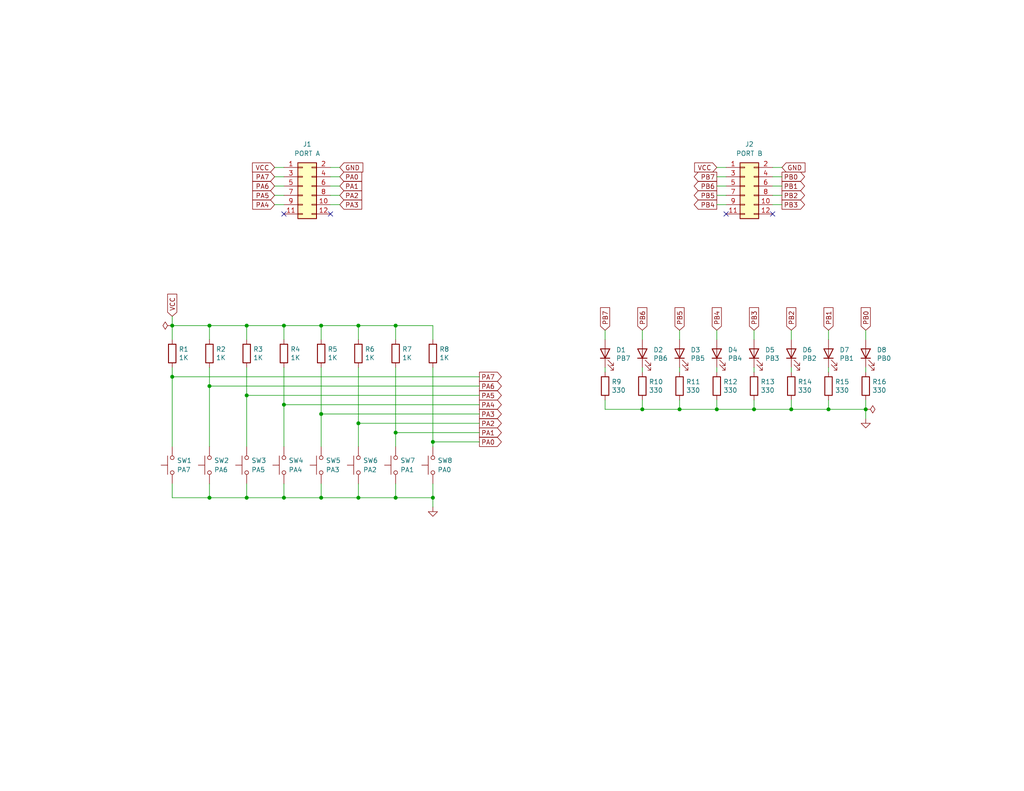
<source format=kicad_sch>
(kicad_sch (version 20250114) (generator "eeschema") (generator_version "9.0")
  (paper "USLetter")
  (title_block (title "6502 GPIO Helper") (date "2024-06-06") (rev "1.0") (company "A.C. Wright Design"))
  (lib_symbols
    (symbol "Connector_Generic:Conn_02x06_Odd_Even" (pin_names (offset 1.016) (hide yes))
      (property "Reference" "J" (at 1.27 7.62 0))
      (property "Value" "Conn_02x06_Odd_Even" (at 1.27 -10.16 0))
      (symbol "Conn_02x06_Odd_Even_1_1"
        (rectangle (start -1.27 6.35) (end 3.81 -8.89) (stroke (width 0.254)) (fill (type background)))
        (rectangle (start -1.27 5.207) (end 0 4.953) (stroke (width 0.1524)))
        (rectangle (start -1.27 2.667) (end 0 2.413) (stroke (width 0.1524)))
        (rectangle (start -1.27 0.127) (end 0 -0.127) (stroke (width 0.1524)))
        (rectangle (start -1.27 -2.413) (end 0 -2.667) (stroke (width 0.1524)))
        (rectangle (start -1.27 -4.953) (end 0 -5.207) (stroke (width 0.1524)))
        (rectangle (start -1.27 -7.493) (end 0 -7.747) (stroke (width 0.1524)))
        (rectangle (start 3.81 5.207) (end 2.54 4.953) (stroke (width 0.1524)))
        (rectangle (start 3.81 2.667) (end 2.54 2.413) (stroke (width 0.1524)))
        (rectangle (start 3.81 0.127) (end 2.54 -0.127) (stroke (width 0.1524)))
        (rectangle (start 3.81 -2.413) (end 2.54 -2.667) (stroke (width 0.1524)))
        (rectangle (start 3.81 -4.953) (end 2.54 -5.207) (stroke (width 0.1524)))
        (rectangle (start 3.81 -7.493) (end 2.54 -7.747) (stroke (width 0.1524)))
        (pin passive line (at -5.08 5.08 0) (length 3.81) (name "Pin_1") (number "1"))
        (pin passive line (at -5.08 2.54 0) (length 3.81) (name "Pin_3") (number "3"))
        (pin passive line (at -5.08 0 0) (length 3.81) (name "Pin_5") (number "5"))
        (pin passive line (at -5.08 -2.54 0) (length 3.81) (name "Pin_7") (number "7"))
        (pin passive line (at -5.08 -5.08 0) (length 3.81) (name "Pin_9") (number "9"))
        (pin passive line (at -5.08 -7.62 0) (length 3.81) (name "Pin_11") (number "11"))
        (pin passive line (at 7.62 5.08 180) (length 3.81) (name "Pin_2") (number "2"))
        (pin passive line (at 7.62 2.54 180) (length 3.81) (name "Pin_4") (number "4"))
        (pin passive line (at 7.62 0 180) (length 3.81) (name "Pin_6") (number "6"))
        (pin passive line (at 7.62 -2.54 180) (length 3.81) (name "Pin_8") (number "8"))
        (pin passive line (at 7.62 -5.08 180) (length 3.81) (name "Pin_10") (number "10"))
        (pin passive line (at 7.62 -7.62 180) (length 3.81) (name "Pin_12") (number "12"))
      )
    )
    (symbol "Device:LED" (pin_numbers (hide yes)) (pin_names (offset 1.016) (hide yes))
      (property "Reference" "D" (at 0 2.54 0))
      (property "Value" "LED" (at 0 -2.54 0))
      (symbol "LED_0_1"
        (polyline (pts (xy -3.048 -0.762) (xy -4.572 -2.286) (xy -3.81 -2.286) (xy -4.572 -2.286) (xy -4.572 -1.524)))
        (polyline (pts (xy -1.778 -0.762) (xy -3.302 -2.286) (xy -2.54 -2.286) (xy -3.302 -2.286) (xy -3.302 -1.524)))
        (polyline (pts (xy -1.27 0) (xy 1.27 0)))
        (polyline (pts (xy -1.27 -1.27) (xy -1.27 1.27)) (stroke (width 0.254)))
        (polyline (pts (xy 1.27 -1.27) (xy 1.27 1.27) (xy -1.27 0) (xy 1.27 -1.27)) (stroke (width 0.254)))
      )
      (symbol "LED_1_1"
        (pin passive line (at -3.81 0 0) (length 2.54) (name "K") (number "1"))
        (pin passive line (at 3.81 0 180) (length 2.54) (name "A") (number "2"))
      )
    )
    (symbol "Device:R" (pin_numbers (hide yes)) (pin_names (offset 0))
      (property "Reference" "R" (at 2.032 0 90))
      (property "Value" "R" (at 0 0 90))
      (symbol "R_0_1"
        (rectangle (start -1.016 -2.54) (end 1.016 2.54) (stroke (width 0.254)))
      )
      (symbol "R_1_1"
        (pin passive line (at 0 3.81 270) (length 1.27) (name "~") (number "1"))
        (pin passive line (at 0 -3.81 90) (length 1.27) (name "~") (number "2"))
      )
    )
    (symbol "Switch:SW_Push" (pin_numbers (hide yes)) (pin_names (offset 1.016) (hide yes))
      (property "Reference" "SW" (at 1.27 2.54 0))
      (property "Value" "SW_Push" (at 0 -1.524 0))
      (symbol "SW_Push_0_1"
        (circle (center -2.032 0) (radius 0.508))
        (polyline (pts (xy 0 1.27) (xy 0 3.048)))
        (circle (center 2.032 0) (radius 0.508))
        (polyline (pts (xy 2.54 1.27) (xy -2.54 1.27)))
        (pin passive line (at -5.08 0 0) (length 2.54) (name "1") (number "1"))
        (pin passive line (at 5.08 0 180) (length 2.54) (name "2") (number "2"))
      )
    )
    (symbol "power:GND" (power) (pin_numbers (hide yes)) (pin_names (offset 0) (hide yes))
      (property "Value" "GND" (at 0 -3.81 0))
      (symbol "GND_0_1"
        (polyline (pts (xy 0 0) (xy 0 -1.27) (xy 1.27 -1.27) (xy 0 -2.54) (xy -1.27 -1.27) (xy 0 -1.27)))
      )
      (symbol "GND_1_1"
        (pin power_in line (at 0 0 270) (length 0) (name "~") (number "1"))
      )
    )
    (symbol "power:PWR_FLAG" (power) (pin_numbers (hide yes)) (pin_names (offset 0) (hide yes))
      (property "Value" "PWR_FLAG" (at 0 3.81 0))
      (symbol "PWR_FLAG_0_0"
        (pin power_out line (at 0 0 90) (length 0) (name "~") (number "1"))
      )
      (symbol "PWR_FLAG_0_1"
        (polyline (pts (xy 0 0) (xy 0 1.27) (xy -1.016 1.905) (xy 0 2.54) (xy 1.016 1.905) (xy 0 1.27)))
      )
    )
  )
  (junction (at 185.42 111.76))
  (junction (at 57.15 88.9))
  (junction (at 77.47 135.89))
  (junction (at 67.31 88.9))
  (junction (at 46.99 102.87))
  (junction (at 67.31 107.95))
  (junction (at 97.79 88.9))
  (junction (at 118.11 135.89))
  (junction (at 195.58 111.76))
  (junction (at 77.47 110.49))
  (junction (at 87.63 113.03))
  (junction (at 57.15 105.41))
  (junction (at 107.95 135.89))
  (junction (at 97.79 115.57))
  (junction (at 107.95 118.11))
  (junction (at 118.11 120.65))
  (junction (at 175.26 111.76))
  (junction (at 97.79 135.89))
  (junction (at 46.99 88.9))
  (junction (at 226.06 111.76))
  (junction (at 215.9 111.76))
  (junction (at 87.63 88.9))
  (junction (at 205.74 111.76))
  (junction (at 87.63 135.89))
  (junction (at 107.95 88.9))
  (junction (at 77.47 88.9))
  (junction (at 67.31 135.89))
  (junction (at 236.22 111.76))
  (junction (at 57.15 135.89))
  (no_connect (at 198.12 58.42))
  (no_connect (at 210.82 58.42))
  (no_connect (at 90.17 58.42))
  (no_connect (at 77.47 58.42))
  (wire (pts (xy 215.9 100.33) (xy 215.9 101.6)))
  (wire (pts (xy 118.11 88.9) (xy 107.95 88.9)))
  (wire (pts (xy 195.58 45.72) (xy 198.12 45.72)))
  (wire (pts (xy 74.93 50.8) (xy 77.47 50.8)))
  (wire (pts (xy 46.99 102.87) (xy 46.99 121.92)))
  (wire (pts (xy 195.58 111.76) (xy 205.74 111.76)))
  (wire (pts (xy 87.63 88.9) (xy 77.47 88.9)))
  (wire (pts (xy 107.95 118.11) (xy 107.95 121.92)))
  (wire (pts (xy 46.99 100.33) (xy 46.99 102.87)))
  (wire (pts (xy 107.95 135.89) (xy 118.11 135.89)))
  (wire (pts (xy 77.47 100.33) (xy 77.47 110.49)))
  (wire (pts (xy 90.17 55.88) (xy 92.71 55.88)))
  (wire (pts (xy 185.42 109.22) (xy 185.42 111.76)))
  (wire (pts (xy 195.58 50.8) (xy 198.12 50.8)))
  (wire (pts (xy 90.17 45.72) (xy 92.71 45.72)))
  (wire (pts (xy 205.74 90.17) (xy 205.74 92.71)))
  (wire (pts (xy 87.63 132.08) (xy 87.63 135.89)))
  (wire (pts (xy 118.11 120.65) (xy 130.81 120.65)))
  (wire (pts (xy 67.31 132.08) (xy 67.31 135.89)))
  (wire (pts (xy 97.79 88.9) (xy 97.79 92.71)))
  (wire (pts (xy 107.95 118.11) (xy 130.81 118.11)))
  (wire (pts (xy 57.15 105.41) (xy 57.15 121.92)))
  (wire (pts (xy 90.17 48.26) (xy 92.71 48.26)))
  (wire (pts (xy 57.15 100.33) (xy 57.15 105.41)))
  (wire (pts (xy 205.74 109.22) (xy 205.74 111.76)))
  (wire (pts (xy 57.15 88.9) (xy 46.99 88.9)))
  (wire (pts (xy 97.79 88.9) (xy 87.63 88.9)))
  (wire (pts (xy 90.17 53.34) (xy 92.71 53.34)))
  (wire (pts (xy 195.58 90.17) (xy 195.58 92.71)))
  (wire (pts (xy 210.82 50.8) (xy 213.36 50.8)))
  (wire (pts (xy 67.31 88.9) (xy 67.31 92.71)))
  (wire (pts (xy 77.47 135.89) (xy 87.63 135.89)))
  (wire (pts (xy 118.11 100.33) (xy 118.11 120.65)))
  (wire (pts (xy 74.93 45.72) (xy 77.47 45.72)))
  (wire (pts (xy 165.1 90.17) (xy 165.1 92.71)))
  (wire (pts (xy 236.22 109.22) (xy 236.22 111.76)))
  (wire (pts (xy 87.63 113.03) (xy 87.63 121.92)))
  (wire (pts (xy 226.06 100.33) (xy 226.06 101.6)))
  (wire (pts (xy 185.42 90.17) (xy 185.42 92.71)))
  (wire (pts (xy 87.63 135.89) (xy 97.79 135.89)))
  (wire (pts (xy 195.58 48.26) (xy 198.12 48.26)))
  (wire (pts (xy 215.9 90.17) (xy 215.9 92.71)))
  (wire (pts (xy 67.31 107.95) (xy 130.81 107.95)))
  (wire (pts (xy 46.99 86.36) (xy 46.99 88.9)))
  (wire (pts (xy 107.95 88.9) (xy 97.79 88.9)))
  (wire (pts (xy 87.63 113.03) (xy 130.81 113.03)))
  (wire (pts (xy 118.11 92.71) (xy 118.11 88.9)))
  (wire (pts (xy 236.22 90.17) (xy 236.22 92.71)))
  (wire (pts (xy 67.31 107.95) (xy 67.31 121.92)))
  (wire (pts (xy 195.58 53.34) (xy 198.12 53.34)))
  (wire (pts (xy 67.31 135.89) (xy 77.47 135.89)))
  (wire (pts (xy 210.82 48.26) (xy 213.36 48.26)))
  (wire (pts (xy 210.82 45.72) (xy 213.36 45.72)))
  (wire (pts (xy 46.99 135.89) (xy 57.15 135.89)))
  (wire (pts (xy 57.15 105.41) (xy 130.81 105.41)))
  (wire (pts (xy 46.99 132.08) (xy 46.99 135.89)))
  (wire (pts (xy 107.95 88.9) (xy 107.95 92.71)))
  (wire (pts (xy 74.93 55.88) (xy 77.47 55.88)))
  (wire (pts (xy 165.1 100.33) (xy 165.1 101.6)))
  (wire (pts (xy 185.42 111.76) (xy 195.58 111.76)))
  (wire (pts (xy 87.63 100.33) (xy 87.63 113.03)))
  (wire (pts (xy 97.79 100.33) (xy 97.79 115.57)))
  (wire (pts (xy 226.06 111.76) (xy 236.22 111.76)))
  (wire (pts (xy 118.11 120.65) (xy 118.11 121.92)))
  (wire (pts (xy 67.31 100.33) (xy 67.31 107.95)))
  (wire (pts (xy 97.79 132.08) (xy 97.79 135.89)))
  (wire (pts (xy 236.22 100.33) (xy 236.22 101.6)))
  (wire (pts (xy 77.47 88.9) (xy 77.47 92.71)))
  (wire (pts (xy 185.42 100.33) (xy 185.42 101.6)))
  (wire (pts (xy 165.1 111.76) (xy 175.26 111.76)))
  (wire (pts (xy 175.26 109.22) (xy 175.26 111.76)))
  (wire (pts (xy 97.79 115.57) (xy 97.79 121.92)))
  (wire (pts (xy 118.11 132.08) (xy 118.11 135.89)))
  (wire (pts (xy 215.9 111.76) (xy 226.06 111.76)))
  (wire (pts (xy 87.63 88.9) (xy 87.63 92.71)))
  (wire (pts (xy 97.79 135.89) (xy 107.95 135.89)))
  (wire (pts (xy 205.74 111.76) (xy 215.9 111.76)))
  (wire (pts (xy 97.79 115.57) (xy 130.81 115.57)))
  (wire (pts (xy 210.82 55.88) (xy 213.36 55.88)))
  (wire (pts (xy 236.22 111.76) (xy 236.22 114.3)))
  (wire (pts (xy 226.06 109.22) (xy 226.06 111.76)))
  (wire (pts (xy 195.58 109.22) (xy 195.58 111.76)))
  (wire (pts (xy 90.17 50.8) (xy 92.71 50.8)))
  (wire (pts (xy 175.26 111.76) (xy 185.42 111.76)))
  (wire (pts (xy 46.99 102.87) (xy 130.81 102.87)))
  (wire (pts (xy 77.47 110.49) (xy 77.47 121.92)))
  (wire (pts (xy 74.93 53.34) (xy 77.47 53.34)))
  (wire (pts (xy 195.58 100.33) (xy 195.58 101.6)))
  (wire (pts (xy 57.15 88.9) (xy 57.15 92.71)))
  (wire (pts (xy 74.93 48.26) (xy 77.47 48.26)))
  (wire (pts (xy 175.26 90.17) (xy 175.26 92.71)))
  (wire (pts (xy 57.15 132.08) (xy 57.15 135.89)))
  (wire (pts (xy 107.95 100.33) (xy 107.95 118.11)))
  (wire (pts (xy 210.82 53.34) (xy 213.36 53.34)))
  (wire (pts (xy 165.1 109.22) (xy 165.1 111.76)))
  (wire (pts (xy 215.9 109.22) (xy 215.9 111.76)))
  (wire (pts (xy 77.47 110.49) (xy 130.81 110.49)))
  (wire (pts (xy 226.06 90.17) (xy 226.06 92.71)))
  (wire (pts (xy 77.47 88.9) (xy 67.31 88.9)))
  (wire (pts (xy 46.99 88.9) (xy 46.99 92.71)))
  (wire (pts (xy 57.15 135.89) (xy 67.31 135.89)))
  (wire (pts (xy 175.26 100.33) (xy 175.26 101.6)))
  (wire (pts (xy 107.95 132.08) (xy 107.95 135.89)))
  (wire (pts (xy 205.74 100.33) (xy 205.74 101.6)))
  (wire (pts (xy 67.31 88.9) (xy 57.15 88.9)))
  (wire (pts (xy 195.58 55.88) (xy 198.12 55.88)))
  (wire (pts (xy 118.11 135.89) (xy 118.11 138.43)))
  (wire (pts (xy 77.47 132.08) (xy 77.47 135.89)))
  (global_label "GND" (shape input) (at 213.36 45.72 0) (property "Intersheetrefs" "${INTERSHEET_REFS}" (effects (hide yes))))
  (global_label "PB2" (shape input) (at 215.9 90.17 90) (property "Intersheetrefs" "${INTERSHEET_REFS}" (effects (hide yes))))
  (global_label "PB1" (shape output) (at 213.36 50.8 0) (property "Intersheetrefs" "${INTERSHEET_REFS}" (effects (hide yes))))
  (global_label "PA1" (shape output) (at 130.81 118.11 0) (property "Intersheetrefs" "${INTERSHEET_REFS}" (effects (hide yes))))
  (global_label "PB3" (shape input) (at 205.74 90.17 90) (property "Intersheetrefs" "${INTERSHEET_REFS}" (effects (hide yes))))
  (global_label "VCC" (shape input) (at 46.99 86.36 90) (property "Intersheetrefs" "${INTERSHEET_REFS}" (effects (hide yes))))
  (global_label "PA4" (shape output) (at 130.81 110.49 0) (property "Intersheetrefs" "${INTERSHEET_REFS}" (effects (hide yes))))
  (global_label "PB6" (shape output) (at 195.58 50.8 180) (property "Intersheetrefs" "${INTERSHEET_REFS}" (effects (hide yes))))
  (global_label "PB1" (shape input) (at 226.06 90.17 90) (property "Intersheetrefs" "${INTERSHEET_REFS}" (effects (hide yes))))
  (global_label "PA7" (shape input) (at 74.93 48.26 180) (property "Intersheetrefs" "${INTERSHEET_REFS}" (effects (hide yes))))
  (global_label "PA4" (shape input) (at 74.93 55.88 180) (property "Intersheetrefs" "${INTERSHEET_REFS}" (effects (hide yes))))
  (global_label "PA0" (shape output) (at 130.81 120.65 0) (property "Intersheetrefs" "${INTERSHEET_REFS}" (effects (hide yes))))
  (global_label "PA7" (shape output) (at 130.81 102.87 0) (property "Intersheetrefs" "${INTERSHEET_REFS}" (effects (hide yes))))
  (global_label "PA6" (shape output) (at 130.81 105.41 0) (property "Intersheetrefs" "${INTERSHEET_REFS}" (effects (hide yes))))
  (global_label "PA3" (shape output) (at 130.81 113.03 0) (property "Intersheetrefs" "${INTERSHEET_REFS}" (effects (hide yes))))
  (global_label "PA0" (shape input) (at 92.71 48.26 0) (property "Intersheetrefs" "${INTERSHEET_REFS}" (effects (hide yes))))
  (global_label "PA2" (shape output) (at 130.81 115.57 0) (property "Intersheetrefs" "${INTERSHEET_REFS}" (effects (hide yes))))
  (global_label "VCC" (shape input) (at 74.93 45.72 180) (property "Intersheetrefs" "${INTERSHEET_REFS}" (effects (hide yes))))
  (global_label "PB0" (shape input) (at 236.22 90.17 90) (property "Intersheetrefs" "${INTERSHEET_REFS}" (effects (hide yes))))
  (global_label "PB6" (shape input) (at 175.26 90.17 90) (property "Intersheetrefs" "${INTERSHEET_REFS}" (effects (hide yes))))
  (global_label "PA6" (shape input) (at 74.93 50.8 180) (property "Intersheetrefs" "${INTERSHEET_REFS}" (effects (hide yes))))
  (global_label "PA1" (shape input) (at 92.71 50.8 0) (property "Intersheetrefs" "${INTERSHEET_REFS}" (effects (hide yes))))
  (global_label "PB4" (shape output) (at 195.58 55.88 180) (property "Intersheetrefs" "${INTERSHEET_REFS}" (effects (hide yes))))
  (global_label "PB0" (shape output) (at 213.36 48.26 0) (property "Intersheetrefs" "${INTERSHEET_REFS}" (effects (hide yes))))
  (global_label "PB5" (shape output) (at 195.58 53.34 180) (property "Intersheetrefs" "${INTERSHEET_REFS}" (effects (hide yes))))
  (global_label "PA5" (shape output) (at 130.81 107.95 0) (property "Intersheetrefs" "${INTERSHEET_REFS}" (effects (hide yes))))
  (global_label "PB7" (shape output) (at 195.58 48.26 180) (property "Intersheetrefs" "${INTERSHEET_REFS}" (effects (hide yes))))
  (global_label "PB2" (shape output) (at 213.36 53.34 0) (property "Intersheetrefs" "${INTERSHEET_REFS}" (effects (hide yes))))
  (global_label "PB7" (shape input) (at 165.1 90.17 90) (property "Intersheetrefs" "${INTERSHEET_REFS}" (effects (hide yes))))
  (global_label "VCC" (shape input) (at 195.58 45.72 180) (property "Intersheetrefs" "${INTERSHEET_REFS}" (effects (hide yes))))
  (global_label "GND" (shape input) (at 92.71 45.72 0) (property "Intersheetrefs" "${INTERSHEET_REFS}" (effects (hide yes))))
  (global_label "PB4" (shape input) (at 195.58 90.17 90) (property "Intersheetrefs" "${INTERSHEET_REFS}" (effects (hide yes))))
  (global_label "PA2" (shape input) (at 92.71 53.34 0) (property "Intersheetrefs" "${INTERSHEET_REFS}" (effects (hide yes))))
  (global_label "PA5" (shape input) (at 74.93 53.34 180) (property "Intersheetrefs" "${INTERSHEET_REFS}" (effects (hide yes))))
  (global_label "PA3" (shape input) (at 92.71 55.88 0) (property "Intersheetrefs" "${INTERSHEET_REFS}" (effects (hide yes))))
  (global_label "PB3" (shape output) (at 213.36 55.88 0) (property "Intersheetrefs" "${INTERSHEET_REFS}" (effects (hide yes))))
  (global_label "PB5" (shape input) (at 185.42 90.17 90) (property "Intersheetrefs" "${INTERSHEET_REFS}" (effects (hide yes))))
  (symbol (lib_id "Switch:SW_Push") (at 67.31 127 90) (unit 1)
    (property "Reference" "SW3" (at 68.58 125.7299 90) (effects (justify right)))
    (property "Value" "PA5" (at 68.58 128.2699 90) (effects (justify right)))
    (property "Footprint" "Button_Switch_THT:SW_PUSH_6mm" (effects (hide yes)))
    (property "Description" "Push button switch, generic, two pins" (effects (hide yes)))
  )
  (symbol (lib_id "Device:LED") (at 175.26 96.52 90) (unit 1) (in_bom no)
    (property "Reference" "D2" (at 178.2572 95.5294 90) (effects (justify right)))
    (property "Value" "PB6" (at 178.2572 97.8408 90) (effects (justify right)))
    (property "Footprint" "LED_THT:LED_D3.0mm" (effects (hide yes)))
    (property "Description" "Light emitting diode" (effects (hide yes)))
  )
  (symbol (lib_id "Switch:SW_Push") (at 77.47 127 90) (unit 1)
    (property "Reference" "SW4" (at 78.74 125.7299 90) (effects (justify right)))
    (property "Value" "PA4" (at 78.74 128.2699 90) (effects (justify right)))
    (property "Footprint" "Button_Switch_THT:SW_PUSH_6mm" (effects (hide yes)))
    (property "Description" "Push button switch, generic, two pins" (effects (hide yes)))
  )
  (symbol (lib_id "Device:R") (at 185.42 105.41 180) (unit 1) (in_bom no)
    (property "Reference" "R11" (at 187.198 104.2416 0) (effects (justify right)))
    (property "Value" "330" (at 187.198 106.553 0) (effects (justify right)))
    (property "Footprint" "Resistor_THT:R_Axial_DIN0204_L3.6mm_D1.6mm_P5.08mm_Horizontal" (effects (hide yes)))
    (property "Description" "Resistor" (effects (hide yes)))
  )
  (symbol (lib_id "Device:LED") (at 215.9 96.52 90) (unit 1) (in_bom no)
    (property "Reference" "D6" (at 218.8972 95.5294 90) (effects (justify right)))
    (property "Value" "PB2" (at 218.8972 97.8408 90) (effects (justify right)))
    (property "Footprint" "LED_THT:LED_D3.0mm" (effects (hide yes)))
    (property "Description" "Light emitting diode" (effects (hide yes)))
  )
  (symbol (lib_id "Switch:SW_Push") (at 97.79 127 90) (unit 1)
    (property "Reference" "SW6" (at 99.06 125.7299 90) (effects (justify right)))
    (property "Value" "PA2" (at 99.06 128.2699 90) (effects (justify right)))
    (property "Footprint" "Button_Switch_THT:SW_PUSH_6mm" (effects (hide yes)))
    (property "Description" "Push button switch, generic, two pins" (effects (hide yes)))
  )
  (symbol (lib_id "power:PWR_FLAG") (at 46.99 88.9 90) (unit 1)
    (property "Reference" "#FLG01" (effects (hide yes)))
    (property "Value" "PWR_FLAG" (effects (hide yes)))
    (property "Description" "Special symbol for telling ERC where power comes from" (effects (hide yes)))
  )
  (symbol (lib_id "Device:R") (at 107.95 96.52 180) (unit 1) (in_bom no)
    (property "Reference" "R7" (at 109.728 95.3516 0) (effects (justify right)))
    (property "Value" "1K" (at 109.728 97.663 0) (effects (justify right)))
    (property "Footprint" "Resistor_THT:R_Axial_DIN0204_L3.6mm_D1.6mm_P5.08mm_Horizontal" (effects (hide yes)))
    (property "Description" "Resistor" (effects (hide yes)))
  )
  (symbol (lib_id "Switch:SW_Push") (at 46.99 127 90) (unit 1)
    (property "Reference" "SW1" (at 48.26 125.7299 90) (effects (justify right)))
    (property "Value" "PA7" (at 48.26 128.2699 90) (effects (justify right)))
    (property "Footprint" "Button_Switch_THT:SW_PUSH_6mm" (effects (hide yes)))
    (property "Description" "Push button switch, generic, two pins" (effects (hide yes)))
  )
  (symbol (lib_id "Device:R") (at 57.15 96.52 180) (unit 1) (in_bom no)
    (property "Reference" "R2" (at 58.928 95.3516 0) (effects (justify right)))
    (property "Value" "1K" (at 58.928 97.663 0) (effects (justify right)))
    (property "Footprint" "Resistor_THT:R_Axial_DIN0204_L3.6mm_D1.6mm_P5.08mm_Horizontal" (effects (hide yes)))
    (property "Description" "Resistor" (effects (hide yes)))
  )
  (symbol (lib_id "Device:R") (at 165.1 105.41 180) (unit 1) (in_bom no)
    (property "Reference" "R9" (at 166.878 104.2416 0) (effects (justify right)))
    (property "Value" "330" (at 166.878 106.553 0) (effects (justify right)))
    (property "Footprint" "Resistor_THT:R_Axial_DIN0204_L3.6mm_D1.6mm_P5.08mm_Horizontal" (effects (hide yes)))
    (property "Description" "Resistor" (effects (hide yes)))
  )
  (symbol (lib_id "Switch:SW_Push") (at 87.63 127 90) (unit 1)
    (property "Reference" "SW5" (at 88.9 125.7299 90) (effects (justify right)))
    (property "Value" "PA3" (at 88.9 128.2699 90) (effects (justify right)))
    (property "Footprint" "Button_Switch_THT:SW_PUSH_6mm" (effects (hide yes)))
    (property "Description" "Push button switch, generic, two pins" (effects (hide yes)))
  )
  (symbol (lib_id "Device:R") (at 118.11 96.52 180) (unit 1) (in_bom no)
    (property "Reference" "R8" (at 119.888 95.3516 0) (effects (justify right)))
    (property "Value" "1K" (at 119.888 97.663 0) (effects (justify right)))
    (property "Footprint" "Resistor_THT:R_Axial_DIN0204_L3.6mm_D1.6mm_P5.08mm_Horizontal" (effects (hide yes)))
    (property "Description" "Resistor" (effects (hide yes)))
  )
  (symbol (lib_id "Device:R") (at 87.63 96.52 180) (unit 1) (in_bom no)
    (property "Reference" "R5" (at 89.408 95.3516 0) (effects (justify right)))
    (property "Value" "1K" (at 89.408 97.663 0) (effects (justify right)))
    (property "Footprint" "Resistor_THT:R_Axial_DIN0204_L3.6mm_D1.6mm_P5.08mm_Horizontal" (effects (hide yes)))
    (property "Description" "Resistor" (effects (hide yes)))
  )
  (symbol (lib_id "power:GND") (at 118.11 138.43 0) (unit 1)
    (property "Reference" "#PWR04" (effects (hide yes)))
    (property "Value" "GND" (effects (hide yes)))
    (property "Description" "Power symbol creates a global label with name \"GND\" , ground" (effects (hide yes)))
  )
  (symbol (lib_id "Device:LED") (at 205.74 96.52 90) (unit 1) (in_bom no)
    (property "Reference" "D5" (at 208.7372 95.5294 90) (effects (justify right)))
    (property "Value" "PB3" (at 208.7372 97.8408 90) (effects (justify right)))
    (property "Footprint" "LED_THT:LED_D3.0mm" (effects (hide yes)))
    (property "Description" "Light emitting diode" (effects (hide yes)))
  )
  (symbol (lib_id "Switch:SW_Push") (at 107.95 127 90) (unit 1)
    (property "Reference" "SW7" (at 109.22 125.7299 90) (effects (justify right)))
    (property "Value" "PA1" (at 109.22 128.2699 90) (effects (justify right)))
    (property "Footprint" "Button_Switch_THT:SW_PUSH_6mm" (effects (hide yes)))
    (property "Description" "Push button switch, generic, two pins" (effects (hide yes)))
  )
  (symbol (lib_id "Device:R") (at 226.06 105.41 180) (unit 1) (in_bom no)
    (property "Reference" "R15" (at 227.838 104.2416 0) (effects (justify right)))
    (property "Value" "330" (at 227.838 106.553 0) (effects (justify right)))
    (property "Footprint" "Resistor_THT:R_Axial_DIN0204_L3.6mm_D1.6mm_P5.08mm_Horizontal" (effects (hide yes)))
    (property "Description" "Resistor" (effects (hide yes)))
  )
  (symbol (lib_id "Connector_Generic:Conn_02x06_Odd_Even") (at 203.2 50.8 0) (unit 1)
    (property "Reference" "J2" (at 204.47 39.37 0))
    (property "Value" "PORT B" (at 204.47 41.91 0))
    (property "Footprint" "6502 Parts:6502 GPIO Connector" (effects (hide yes)))
    (property "Description" "Generic connector, double row, 02x06, odd/even pin numbering scheme (row 1 odd numbers, row 2 even numbers), script generated (kicad-library-utils/schlib/autogen/connector/)" (effects (hide yes)))
  )
  (symbol (lib_id "Device:R") (at 77.47 96.52 180) (unit 1) (in_bom no)
    (property "Reference" "R4" (at 79.248 95.3516 0) (effects (justify right)))
    (property "Value" "1K" (at 79.248 97.663 0) (effects (justify right)))
    (property "Footprint" "Resistor_THT:R_Axial_DIN0204_L3.6mm_D1.6mm_P5.08mm_Horizontal" (effects (hide yes)))
    (property "Description" "Resistor" (effects (hide yes)))
  )
  (symbol (lib_id "Device:LED") (at 185.42 96.52 90) (unit 1) (in_bom no)
    (property "Reference" "D3" (at 188.4172 95.5294 90) (effects (justify right)))
    (property "Value" "PB5" (at 188.4172 97.8408 90) (effects (justify right)))
    (property "Footprint" "LED_THT:LED_D3.0mm" (effects (hide yes)))
    (property "Description" "Light emitting diode" (effects (hide yes)))
  )
  (symbol (lib_id "Connector_Generic:Conn_02x06_Odd_Even") (at 82.55 50.8 0) (unit 1)
    (property "Reference" "J1" (at 83.82 39.37 0))
    (property "Value" "PORT A" (at 83.82 41.91 0))
    (property "Footprint" "6502 Parts:6502 GPIO Connector" (effects (hide yes)))
    (property "Description" "Generic connector, double row, 02x06, odd/even pin numbering scheme (row 1 odd numbers, row 2 even numbers), script generated (kicad-library-utils/schlib/autogen/connector/)" (effects (hide yes)))
  )
  (symbol (lib_id "power:GND") (at 236.22 114.3 0) (unit 1)
    (property "Reference" "#PWR03" (effects (hide yes)))
    (property "Value" "GND" (effects (hide yes)))
    (property "Description" "Power symbol creates a global label with name \"GND\" , ground" (effects (hide yes)))
  )
  (symbol (lib_id "Device:R") (at 205.74 105.41 180) (unit 1) (in_bom no)
    (property "Reference" "R13" (at 207.518 104.2416 0) (effects (justify right)))
    (property "Value" "330" (at 207.518 106.553 0) (effects (justify right)))
    (property "Footprint" "Resistor_THT:R_Axial_DIN0204_L3.6mm_D1.6mm_P5.08mm_Horizontal" (effects (hide yes)))
    (property "Description" "Resistor" (effects (hide yes)))
  )
  (symbol (lib_id "Device:R") (at 175.26 105.41 180) (unit 1) (in_bom no)
    (property "Reference" "R10" (at 177.038 104.2416 0) (effects (justify right)))
    (property "Value" "330" (at 177.038 106.553 0) (effects (justify right)))
    (property "Footprint" "Resistor_THT:R_Axial_DIN0204_L3.6mm_D1.6mm_P5.08mm_Horizontal" (effects (hide yes)))
    (property "Description" "Resistor" (effects (hide yes)))
  )
  (symbol (lib_id "Device:R") (at 97.79 96.52 180) (unit 1) (in_bom no)
    (property "Reference" "R6" (at 99.568 95.3516 0) (effects (justify right)))
    (property "Value" "1K" (at 99.568 97.663 0) (effects (justify right)))
    (property "Footprint" "Resistor_THT:R_Axial_DIN0204_L3.6mm_D1.6mm_P5.08mm_Horizontal" (effects (hide yes)))
    (property "Description" "Resistor" (effects (hide yes)))
  )
  (symbol (lib_id "Device:LED") (at 236.22 96.52 90) (unit 1) (in_bom no)
    (property "Reference" "D8" (at 239.2172 95.5294 90) (effects (justify right)))
    (property "Value" "PB0" (at 239.2172 97.8408 90) (effects (justify right)))
    (property "Footprint" "LED_THT:LED_D3.0mm" (effects (hide yes)))
    (property "Description" "Light emitting diode" (effects (hide yes)))
  )
  (symbol (lib_id "Switch:SW_Push") (at 57.15 127 90) (unit 1)
    (property "Reference" "SW2" (at 58.42 125.7299 90) (effects (justify right)))
    (property "Value" "PA6" (at 58.42 128.2699 90) (effects (justify right)))
    (property "Footprint" "Button_Switch_THT:SW_PUSH_6mm" (effects (hide yes)))
    (property "Description" "Push button switch, generic, two pins" (effects (hide yes)))
  )
  (symbol (lib_id "Device:LED") (at 165.1 96.52 90) (unit 1) (in_bom no)
    (property "Reference" "D1" (at 168.0972 95.5294 90) (effects (justify right)))
    (property "Value" "PB7" (at 168.0972 97.8408 90) (effects (justify right)))
    (property "Footprint" "LED_THT:LED_D3.0mm" (effects (hide yes)))
    (property "Description" "Light emitting diode" (effects (hide yes)))
  )
  (symbol (lib_id "power:PWR_FLAG") (at 236.22 111.76 270) (unit 1)
    (property "Reference" "#FLG02" (effects (hide yes)))
    (property "Value" "PWR_FLAG" (effects (hide yes)))
    (property "Description" "Special symbol for telling ERC where power comes from" (effects (hide yes)))
  )
  (symbol (lib_id "Device:R") (at 215.9 105.41 180) (unit 1) (in_bom no)
    (property "Reference" "R14" (at 217.678 104.2416 0) (effects (justify right)))
    (property "Value" "330" (at 217.678 106.553 0) (effects (justify right)))
    (property "Footprint" "Resistor_THT:R_Axial_DIN0204_L3.6mm_D1.6mm_P5.08mm_Horizontal" (effects (hide yes)))
    (property "Description" "Resistor" (effects (hide yes)))
  )
  (symbol (lib_id "Device:LED") (at 226.06 96.52 90) (unit 1) (in_bom no)
    (property "Reference" "D7" (at 229.0572 95.5294 90) (effects (justify right)))
    (property "Value" "PB1" (at 229.0572 97.8408 90) (effects (justify right)))
    (property "Footprint" "LED_THT:LED_D3.0mm" (effects (hide yes)))
    (property "Description" "Light emitting diode" (effects (hide yes)))
  )
  (symbol (lib_id "Device:R") (at 195.58 105.41 180) (unit 1) (in_bom no)
    (property "Reference" "R12" (at 197.358 104.2416 0) (effects (justify right)))
    (property "Value" "330" (at 197.358 106.553 0) (effects (justify right)))
    (property "Footprint" "Resistor_THT:R_Axial_DIN0204_L3.6mm_D1.6mm_P5.08mm_Horizontal" (effects (hide yes)))
    (property "Description" "Resistor" (effects (hide yes)))
  )
  (symbol (lib_id "Device:R") (at 236.22 105.41 180) (unit 1) (in_bom no)
    (property "Reference" "R16" (at 237.998 104.2416 0) (effects (justify right)))
    (property "Value" "330" (at 237.998 106.553 0) (effects (justify right)))
    (property "Footprint" "Resistor_THT:R_Axial_DIN0204_L3.6mm_D1.6mm_P5.08mm_Horizontal" (effects (hide yes)))
    (property "Description" "Resistor" (effects (hide yes)))
  )
  (symbol (lib_id "Device:LED") (at 195.58 96.52 90) (unit 1) (in_bom no)
    (property "Reference" "D4" (at 198.5772 95.5294 90) (effects (justify right)))
    (property "Value" "PB4" (at 198.5772 97.8408 90) (effects (justify right)))
    (property "Footprint" "LED_THT:LED_D3.0mm" (effects (hide yes)))
    (property "Description" "Light emitting diode" (effects (hide yes)))
  )
  (symbol (lib_id "Switch:SW_Push") (at 118.11 127 90) (unit 1)
    (property "Reference" "SW8" (at 119.38 125.7299 90) (effects (justify right)))
    (property "Value" "PA0" (at 119.38 128.2699 90) (effects (justify right)))
    (property "Footprint" "Button_Switch_THT:SW_PUSH_6mm" (effects (hide yes)))
    (property "Description" "Push button switch, generic, two pins" (effects (hide yes)))
  )
  (symbol (lib_id "Device:R") (at 67.31 96.52 180) (unit 1) (in_bom no)
    (property "Reference" "R3" (at 69.088 95.3516 0) (effects (justify right)))
    (property "Value" "1K" (at 69.088 97.663 0) (effects (justify right)))
    (property "Footprint" "Resistor_THT:R_Axial_DIN0204_L3.6mm_D1.6mm_P5.08mm_Horizontal" (effects (hide yes)))
    (property "Description" "Resistor" (effects (hide yes)))
  )
  (symbol (lib_id "Device:R") (at 46.99 96.52 180) (unit 1) (in_bom no)
    (property "Reference" "R1" (at 48.768 95.3516 0) (effects (justify right)))
    (property "Value" "1K" (at 48.768 97.663 0) (effects (justify right)))
    (property "Footprint" "Resistor_THT:R_Axial_DIN0204_L3.6mm_D1.6mm_P5.08mm_Horizontal" (effects (hide yes)))
    (property "Description" "Resistor" (effects (hide yes)))
  )
)
</source>
